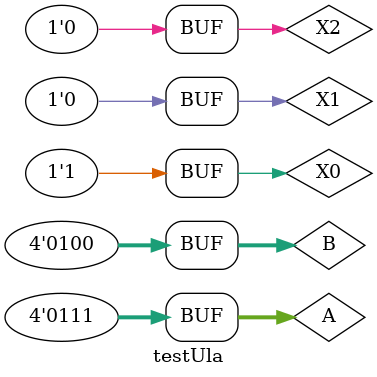
<source format=v>
module testUla(); //module Ula4bits (B, A, X0, X1, X2, Igual, menor, F0)
	reg [3:0] B, A;
	reg X0, X1, X2;
	wire [3:0] Igual, menor, F0;
	
	initial begin

	
		//Soma
		//A <= 4'b0101;		
		//B <= 4'b0010;		
		//X0 <= 1'b0;
		//X1 <= 1'b0;
		//X2 <= 1'b0;
		 
		//Subtracao		
		A = 4'b0111;
		B = 4'b0100;
		X0 = 1'b1;
		X1 = 1'b0;
		X2 = 1'b0;
		
		//Slt		
		//B = 4'b0111;
		//A = 4'b0111;		
		//X0 = 1'b1;
		//X1 = 1'b1;
		//X2 = 1'b1;
		
		//beq	
		//B = 4'b0111;
		//A = 4'b0111;		
		//X0 = 1'b1;
		//X1 = 1'b1;
		//X2 = 1'b1;
		
	
	end
	
	initial begin
		$monitor("| Time: %0d |\n| B = %b | A = %b | X0 = %b | X1 = %b |  X2 = %b | RESULTADO: %b | Menor: %b | Igual: %b",
		$time, B, A, X0, X1, X2, F0, menor, Igual);
	end
	
	Ula4bits u4b(B, A, X0, X1, X2, Igual, menor, F0);

endmodule 
</source>
